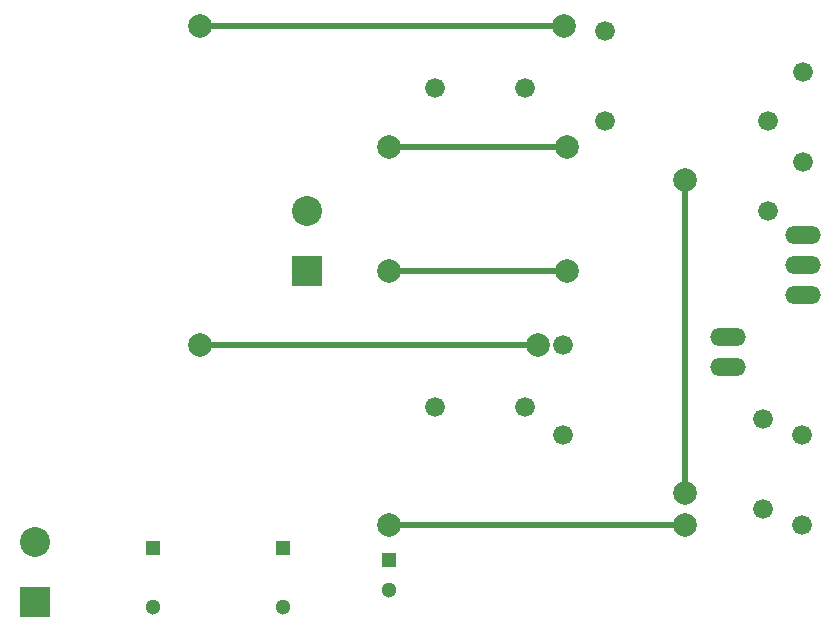
<source format=gbr>
G04 #@! TF.FileFunction,Copper,L1,Top,Signal*
%FSLAX46Y46*%
G04 Gerber Fmt 4.6, Leading zero omitted, Abs format (unit mm)*
G04 Created by KiCad (PCBNEW 4.0.1-stable) date 2016/02/01 10:09:56*
%MOMM*%
G01*
G04 APERTURE LIST*
%ADD10C,0.100000*%
%ADD11C,1.676400*%
%ADD12R,1.300000X1.300000*%
%ADD13C,1.300000*%
%ADD14R,2.540000X2.540000*%
%ADD15C,2.540000*%
%ADD16O,3.014980X1.506220*%
%ADD17C,2.000000*%
%ADD18C,0.500000*%
G04 APERTURE END LIST*
D10*
D11*
X67100000Y-20410000D03*
X67100000Y-12790000D03*
D12*
X26000000Y-49000000D03*
D13*
X26000000Y-54000000D03*
D12*
X15000000Y-49000000D03*
D13*
X15000000Y-54000000D03*
X35000000Y-52500000D03*
D12*
X35000000Y-50000000D03*
D14*
X5000000Y-53540000D03*
D15*
X5000000Y-48460000D03*
D14*
X28000000Y-25540000D03*
D15*
X28000000Y-20460000D03*
D16*
X70000000Y-22460000D03*
X70000000Y-25000000D03*
X70000000Y-27540000D03*
X63700000Y-31130000D03*
X63700000Y-33670000D03*
D11*
X69900000Y-47010000D03*
X69900000Y-39390000D03*
X70000000Y-8690000D03*
X70000000Y-16310000D03*
X66600000Y-38090000D03*
X66600000Y-45710000D03*
X38890000Y-10000000D03*
X46510000Y-10000000D03*
X38890000Y-37000000D03*
X46510000Y-37000000D03*
X53300000Y-5190000D03*
X53300000Y-12810000D03*
X49700000Y-31790000D03*
X49700000Y-39410000D03*
D17*
X50000000Y-15000000D03*
X35000000Y-15000000D03*
X50000000Y-25500000D03*
X35000000Y-25500000D03*
X60000000Y-47000000D03*
X60000000Y-44300000D03*
X60000000Y-17800000D03*
X35000000Y-47000000D03*
X49800000Y-4800000D03*
X19000000Y-4800000D03*
X47600000Y-31800000D03*
X19000000Y-31800000D03*
D18*
X35000000Y-15000000D02*
X46000000Y-15000000D01*
X50000000Y-15000000D02*
X46000000Y-15000000D01*
X35000000Y-25500000D02*
X50000000Y-25500000D01*
X60000000Y-17800000D02*
X60000000Y-44300000D01*
X60000000Y-17800000D02*
X60000000Y-18500000D01*
X35000000Y-47000000D02*
X60000000Y-47000000D01*
X46000000Y-4800000D02*
X49800000Y-4800000D01*
X19000000Y-4800000D02*
X46000000Y-4800000D01*
X19000000Y-31800000D02*
X47600000Y-31800000D01*
X47600000Y-31800000D02*
X48000000Y-31800000D01*
M02*

</source>
